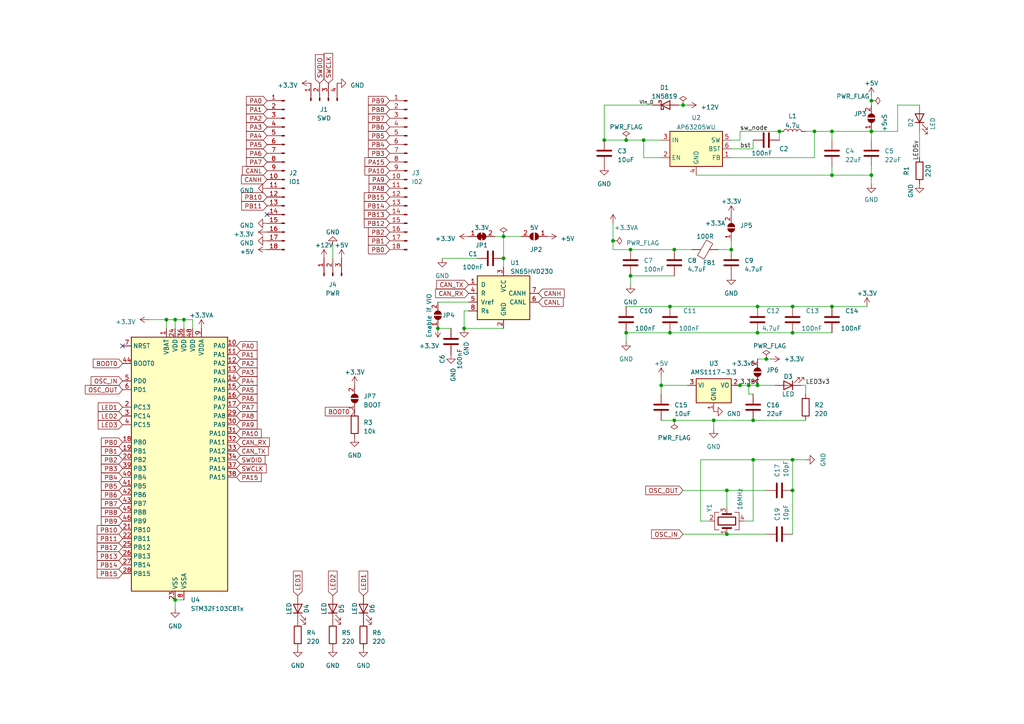
<source format=kicad_sch>
(kicad_sch (version 20230121) (generator eeschema)
  (paper "A4")
  (lib_symbols
    (symbol "Connector:Conn_01x03_Pin" (pin_names (offset 1.016) hide)
      (property "Reference" "J" (at 0 5.08 0))
      (property "Value" "Conn_01x03_Pin" (at 0 -5.08 0))
      (symbol "Conn_01x03_Pin_1_1"
        (pin passive line (at 5.08 2.54 180) (length 3.81) (name "Pin_1") (number "1"))
        (pin passive line (at 5.08 0 180) (length 3.81) (name "Pin_2") (number "2"))
        (pin passive line (at 5.08 -2.54 180) (length 3.81) (name "Pin_3") (number "3"))
      )
    )
    (symbol "Connector:Conn_01x04_Pin" (pin_names (offset 1.016) hide)
      (property "Reference" "J" (at 0 5.08 0))
      (property "Value" "Conn_01x04_Pin" (at 0 -7.62 0))
      (symbol "Conn_01x04_Pin_1_1"
        (pin passive line (at 5.08 2.54 180) (length 3.81) (name "Pin_1") (number "1"))
        (pin passive line (at 5.08 0 180) (length 3.81) (name "Pin_2") (number "2"))
        (pin passive line (at 5.08 -2.54 180) (length 3.81) (name "Pin_3") (number "3"))
        (pin passive line (at 5.08 -5.08 180) (length 3.81) (name "Pin_4") (number "4"))
      )
    )
    (symbol "Connector:Conn_01x18_Pin" (pin_names (offset 1.016) hide)
      (property "Reference" "J" (at 0 22.86 0))
      (property "Value" "Conn_01x18_Pin" (at 0 -25.4 0))
      (symbol "Conn_01x18_Pin_1_1"
        (pin passive line (at 5.08 20.32 180) (length 3.81) (name "Pin_1") (number "1"))
        (pin passive line (at 5.08 -2.54 180) (length 3.81) (name "Pin_10") (number "10"))
        (pin passive line (at 5.08 -5.08 180) (length 3.81) (name "Pin_11") (number "11"))
        (pin passive line (at 5.08 -7.62 180) (length 3.81) (name "Pin_12") (number "12"))
        (pin passive line (at 5.08 -10.16 180) (length 3.81) (name "Pin_13") (number "13"))
        (pin passive line (at 5.08 -12.7 180) (length 3.81) (name "Pin_14") (number "14"))
        (pin passive line (at 5.08 -15.24 180) (length 3.81) (name "Pin_15") (number "15"))
        (pin passive line (at 5.08 -17.78 180) (length 3.81) (name "Pin_16") (number "16"))
        (pin passive line (at 5.08 -20.32 180) (length 3.81) (name "Pin_17") (number "17"))
        (pin passive line (at 5.08 -22.86 180) (length 3.81) (name "Pin_18") (number "18"))
        (pin passive line (at 5.08 17.78 180) (length 3.81) (name "Pin_2") (number "2"))
        (pin passive line (at 5.08 15.24 180) (length 3.81) (name "Pin_3") (number "3"))
        (pin passive line (at 5.08 12.7 180) (length 3.81) (name "Pin_4") (number "4"))
        (pin passive line (at 5.08 10.16 180) (length 3.81) (name "Pin_5") (number "5"))
        (pin passive line (at 5.08 7.62 180) (length 3.81) (name "Pin_6") (number "6"))
        (pin passive line (at 5.08 5.08 180) (length 3.81) (name "Pin_7") (number "7"))
        (pin passive line (at 5.08 2.54 180) (length 3.81) (name "Pin_8") (number "8"))
        (pin passive line (at 5.08 0 180) (length 3.81) (name "Pin_9") (number "9"))
      )
    )
    (symbol "Device:C" (pin_numbers hide) (pin_names (offset 0.254))
      (property "Reference" "C" (at 0.635 2.54 0))
      (property "Value" "C" (at 0.635 -2.54 0))
      (symbol "C_1_1"
        (pin passive line (at 0 3.81 270) (length 2.794) (name "~") (number "1"))
        (pin passive line (at 0 -3.81 90) (length 2.794) (name "~") (number "2"))
      )
    )
    (symbol "Device:Crystal_GND24" (pin_names (offset 1.016) hide)
      (property "Reference" "Y" (at 3.175 5.08 0))
      (property "Value" "Crystal_GND24" (at 3.175 3.175 0))
      (symbol "Crystal_GND24_1_1"
        (pin passive line (at -3.81 0 0) (length 1.27) (name "1") (number "1"))
        (pin passive line (at 0 5.08 270) (length 1.27) (name "2") (number "2"))
        (pin passive line (at 3.81 0 180) (length 1.27) (name "3") (number "3"))
        (pin passive line (at 0 -5.08 90) (length 1.27) (name "4") (number "4"))
      )
    )
    (symbol "Device:D_Schottky" (pin_numbers hide) (pin_names (offset 1.016) hide)
      (property "Reference" "D" (at 0 2.54 0))
      (property "Value" "D_Schottky" (at 0 -2.54 0))
      (symbol "D_Schottky_1_1"
        (pin passive line (at -3.81 0 0) (length 2.54) (name "K") (number "1"))
        (pin passive line (at 3.81 0 180) (length 2.54) (name "A") (number "2"))
      )
    )
    (symbol "Device:FerriteBead" (pin_numbers hide) (pin_names (offset 0))
      (property "Reference" "FB" (at -3.81 0.635 90))
      (property "Value" "FerriteBead" (at 3.81 0 90))
      (symbol "FerriteBead_1_1"
        (pin passive line (at 0 3.81 270) (length 2.54) (name "~") (number "1"))
        (pin passive line (at 0 -3.81 90) (length 2.54) (name "~") (number "2"))
      )
    )
    (symbol "Device:L" (pin_numbers hide) (pin_names (offset 1.016) hide)
      (property "Reference" "L" (at -1.27 0 90))
      (property "Value" "L" (at 1.905 0 90))
      (symbol "L_1_1"
        (pin passive line (at 0 3.81 270) (length 1.27) (name "1") (number "1"))
        (pin passive line (at 0 -3.81 90) (length 1.27) (name "2") (number "2"))
      )
    )
    (symbol "Device:LED" (pin_numbers hide) (pin_names (offset 1.016) hide)
      (property "Reference" "D" (at 0 2.54 0))
      (property "Value" "LED" (at 0 -2.54 0))
      (symbol "LED_1_1"
        (pin passive line (at -3.81 0 0) (length 2.54) (name "K") (number "1"))
        (pin passive line (at 3.81 0 180) (length 2.54) (name "A") (number "2"))
      )
    )
    (symbol "Device:R" (pin_numbers hide) (pin_names (offset 0))
      (property "Reference" "R" (at 2.032 0 90))
      (property "Value" "R" (at 0 0 90))
      (symbol "R_1_1"
        (pin passive line (at 0 3.81 270) (length 1.27) (name "~") (number "1"))
        (pin passive line (at 0 -3.81 90) (length 1.27) (name "~") (number "2"))
      )
    )
    (symbol "Interface_CAN_LIN:SN65HVD230" (pin_names (offset 1.016))
      (property "Reference" "U" (at -2.54 10.16 0))
      (property "Value" "SN65HVD230" (at -2.54 7.62 0))
      (symbol "SN65HVD230_1_1"
        (pin input line (at -10.16 2.54 0) (length 2.54) (name "D") (number "1"))
        (pin power_in line (at 0 -10.16 90) (length 2.54) (name "GND") (number "2"))
        (pin power_in line (at 0 7.62 270) (length 2.54) (name "VCC") (number "3"))
        (pin output line (at -10.16 0 0) (length 2.54) (name "R") (number "4"))
        (pin output line (at -10.16 -2.54 0) (length 2.54) (name "Vref") (number "5"))
        (pin bidirectional line (at 10.16 -2.54 180) (length 2.54) (name "CANL") (number "6"))
        (pin bidirectional line (at 10.16 0 180) (length 2.54) (name "CANH") (number "7"))
        (pin input line (at -10.16 -5.08 0) (length 2.54) (name "Rs") (number "8"))
      )
    )
    (symbol "Jumper:SolderJumper_2_Bridged" (pin_names (offset 0) hide)
      (property "Reference" "JP" (at 0 2.032 0))
      (property "Value" "SolderJumper_2_Bridged" (at 0 -2.54 0))
      (symbol "SolderJumper_2_Bridged_1_1"
        (pin passive line (at -3.81 0 0) (length 2.54) (name "A") (number "1"))
        (pin passive line (at 3.81 0 180) (length 2.54) (name "B") (number "2"))
      )
    )
    (symbol "Jumper:SolderJumper_2_Open" (pin_names (offset 0) hide)
      (property "Reference" "JP" (at 0 2.032 0))
      (property "Value" "SolderJumper_2_Open" (at 0 -2.54 0))
      (symbol "SolderJumper_2_Open_1_1"
        (pin passive line (at -3.81 0 0) (length 2.54) (name "A") (number "1"))
        (pin passive line (at 3.81 0 180) (length 2.54) (name "B") (number "2"))
      )
    )
    (symbol "MCU_ST_STM32F1:STM32F103C8Tx"
      (property "Reference" "U" (at -12.7 39.37 0))
      (property "Value" "STM32F103C8Tx" (at 10.16 39.37 0))
      (symbol "STM32F103C8Tx_1_1"
        (pin power_in line (at -2.54 40.64 270) (length 2.54) (name "VBAT") (number "1"))
        (pin bidirectional line (at 17.78 35.56 180) (length 2.54) (name "PA0") (number "10"))
        (pin bidirectional line (at 17.78 33.02 180) (length 2.54) (name "PA1") (number "11"))
        (pin bidirectional line (at 17.78 30.48 180) (length 2.54) (name "PA2") (number "12"))
        (pin bidirectional line (at 17.78 27.94 180) (length 2.54) (name "PA3") (number "13"))
        (pin bidirectional line (at 17.78 25.4 180) (length 2.54) (name "PA4") (number "14"))
        (pin bidirectional line (at 17.78 22.86 180) (length 2.54) (name "PA5") (number "15"))
        (pin bidirectional line (at 17.78 20.32 180) (length 2.54) (name "PA6") (number "16"))
        (pin bidirectional line (at 17.78 17.78 180) (length 2.54) (name "PA7") (number "17"))
        (pin bidirectional line (at -15.24 7.62 0) (length 2.54) (name "PB0") (number "18"))
        (pin bidirectional line (at -15.24 5.08 0) (length 2.54) (name "PB1") (number "19"))
        (pin bidirectional line (at -15.24 17.78 0) (length 2.54) (name "PC13") (number "2"))
        (pin bidirectional line (at -15.24 2.54 0) (length 2.54) (name "PB2") (number "20"))
        (pin bidirectional line (at -15.24 -17.78 0) (length 2.54) (name "PB10") (number "21"))
        (pin bidirectional line (at -15.24 -20.32 0) (length 2.54) (name "PB11") (number "22"))
        (pin power_in line (at 0 -38.1 90) (length 2.54) (name "VSS") (number "23"))
        (pin power_in line (at 0 40.64 270) (length 2.54) (name "VDD") (number "24"))
        (pin bidirectional line (at -15.24 -22.86 0) (length 2.54) (name "PB12") (number "25"))
        (pin bidirectional line (at -15.24 -25.4 0) (length 2.54) (name "PB13") (number "26"))
        (pin bidirectional line (at -15.24 -27.94 0) (length 2.54) (name "PB14") (number "27"))
        (pin bidirectional line (at -15.24 -30.48 0) (length 2.54) (name "PB15") (number "28"))
        (pin bidirectional line (at 17.78 15.24 180) (length 2.54) (name "PA8") (number "29"))
        (pin bidirectional line (at -15.24 15.24 0) (length 2.54) (name "PC14") (number "3"))
        (pin bidirectional line (at 17.78 12.7 180) (length 2.54) (name "PA9") (number "30"))
        (pin bidirectional line (at 17.78 10.16 180) (length 2.54) (name "PA10") (number "31"))
        (pin bidirectional line (at 17.78 7.62 180) (length 2.54) (name "PA11") (number "32"))
        (pin bidirectional line (at 17.78 5.08 180) (length 2.54) (name "PA12") (number "33"))
        (pin bidirectional line (at 17.78 2.54 180) (length 2.54) (name "PA13") (number "34"))
        (pin passive line (at 0 -38.1 90) (length 2.54) hide (name "VSS") (number "35"))
        (pin power_in line (at 2.54 40.64 270) (length 2.54) (name "VDD") (number "36"))
        (pin bidirectional line (at 17.78 0 180) (length 2.54) (name "PA14") (number "37"))
        (pin bidirectional line (at 17.78 -2.54 180) (length 2.54) (name "PA15") (number "38"))
        (pin bidirectional line (at -15.24 0 0) (length 2.54) (name "PB3") (number "39"))
        (pin bidirectional line (at -15.24 12.7 0) (length 2.54) (name "PC15") (number "4"))
        (pin bidirectional line (at -15.24 -2.54 0) (length 2.54) (name "PB4") (number "40"))
        (pin bidirectional line (at -15.24 -5.08 0) (length 2.54) (name "PB5") (number "41"))
        (pin bidirectional line (at -15.24 -7.62 0) (length 2.54) (name "PB6") (number "42"))
        (pin bidirectional line (at -15.24 -10.16 0) (length 2.54) (name "PB7") (number "43"))
        (pin input line (at -15.24 30.48 0) (length 2.54) (name "BOOT0") (number "44"))
        (pin bidirectional line (at -15.24 -12.7 0) (length 2.54) (name "PB8") (number "45"))
        (pin bidirectional line (at -15.24 -15.24 0) (length 2.54) (name "PB9") (number "46"))
        (pin passive line (at 0 -38.1 90) (length 2.54) hide (name "VSS") (number "47"))
        (pin power_in line (at 5.08 40.64 270) (length 2.54) (name "VDD") (number "48"))
        (pin bidirectional line (at -15.24 25.4 0) (length 2.54) (name "PD0") (number "5"))
        (pin bidirectional line (at -15.24 22.86 0) (length 2.54) (name "PD1") (number "6"))
        (pin input line (at -15.24 35.56 0) (length 2.54) (name "NRST") (number "7"))
        (pin power_in line (at 2.54 -38.1 90) (length 2.54) (name "VSSA") (number "8"))
        (pin power_in line (at 7.62 40.64 270) (length 2.54) (name "VDDA") (number "9"))
      )
    )
    (symbol "Regulator_Linear:AMS1117-3.3"
      (property "Reference" "U" (at -3.81 3.175 0))
      (property "Value" "AMS1117-3.3" (at 0 3.175 0))
      (symbol "AMS1117-3.3_1_1"
        (pin power_in line (at 0 -7.62 90) (length 2.54) (name "GND") (number "1"))
        (pin power_out line (at 7.62 0 180) (length 2.54) (name "VO") (number "2"))
        (pin power_in line (at -7.62 0 0) (length 2.54) (name "VI") (number "3"))
      )
    )
    (symbol "Regulator_Switching:AP63205WU"
      (property "Reference" "U" (at -7.62 6.35 0))
      (property "Value" "AP63205WU" (at 2.54 6.35 0))
      (symbol "AP63205WU_1_1"
        (pin input line (at 10.16 -2.54 180) (length 2.54) (name "FB") (number "1"))
        (pin input line (at -10.16 -2.54 0) (length 2.54) (name "EN") (number "2"))
        (pin power_in line (at -10.16 2.54 0) (length 2.54) (name "IN") (number "3"))
        (pin power_in line (at 0 -7.62 90) (length 2.54) (name "GND") (number "4"))
        (pin output line (at 10.16 2.54 180) (length 2.54) (name "SW") (number "5"))
        (pin passive line (at 10.16 0 180) (length 2.54) (name "BST") (number "6"))
      )
    )
    (symbol "power:+12V" (power) (pin_names (offset 0))
      (property "Value" "+12V" (at 0 3.556 0))
      (symbol "+12V_1_1"
        (pin power_in line (at 0 0 90) (length 0) hide (name "+12V") (number "1"))
      )
    )
    (symbol "power:+3.3V" (power) (pin_names (offset 0))
      (property "Value" "+3.3V" (at 0 3.556 0))
      (symbol "+3.3V_1_1"
        (pin power_in line (at 0 0 90) (length 0) hide (name "+3.3V") (number "1"))
      )
    )
    (symbol "power:+3.3VA" (power) (pin_names (offset 0))
      (property "Value" "+3.3VA" (at 0 3.556 0))
      (symbol "+3.3VA_1_1"
        (pin power_in line (at 0 0 90) (length 0) hide (name "+3.3VA") (number "1"))
      )
    )
    (symbol "power:+5V" (power) (pin_names (offset 0))
      (property "Value" "+5V" (at 0 3.556 0))
      (symbol "+5V_1_1"
        (pin power_in line (at 0 0 90) (length 0) hide (name "+5V") (number "1"))
      )
    )
    (symbol "power:GND" (power) (pin_names (offset 0))
      (property "Value" "GND" (at 0 -3.81 0))
      (symbol "GND_1_1"
        (pin power_in line (at 0 0 270) (length 0) hide (name "GND") (number "1"))
      )
    )
    (symbol "power:PWR_FLAG" (power) (pin_numbers hide) (pin_names (offset 0) hide)
      (property "Value" "PWR_FLAG" (at 0 3.81 0))
      (symbol "PWR_FLAG_0_0"
        (pin power_out line (at 0 0 90) (length 0) (name "pwr") (number "1"))
      )
    )
  )
  (junction (at 146.05 68.58))
  (junction (at 210.82 142.24))
  (junction (at 53.34 92.71))
  (junction (at 229.87 88.9))
  (junction (at 207.01 121.92))
  (junction (at 212.09 72.39))
  (junction (at 229.87 142.24))
  (junction (at 219.71 96.52))
  (junction (at 252.73 29.21))
  (junction (at 214.63 111.76))
  (junction (at 48.26 92.71))
  (junction (at 219.71 88.9))
  (junction (at 194.31 96.52))
  (junction (at 218.44 121.92))
  (junction (at 181.61 40.64))
  (junction (at 182.88 80.01))
  (junction (at 191.77 111.76))
  (junction (at 195.58 72.39))
  (junction (at 175.26 40.64))
  (junction (at 195.58 121.92))
  (junction (at 177.8 69.85))
  (junction (at 217.17 111.76))
  (junction (at 134.62 95.25))
  (junction (at 229.87 96.52))
  (junction (at 252.73 38.1))
  (junction (at 181.61 96.52))
  (junction (at 194.31 88.9))
  (junction (at 210.82 154.94))
  (junction (at 241.3 88.9))
  (junction (at 226.06 38.1))
  (junction (at 241.3 38.1))
  (junction (at 222.25 104.14))
  (junction (at 127 95.25))
  (junction (at 218.44 133.35))
  (junction (at 229.87 133.35))
  (junction (at 146.05 74.93))
  (junction (at 252.73 50.8))
  (junction (at 186.69 40.64))
  (junction (at 50.8 173.99))
  (junction (at 182.88 72.39))
  (junction (at 50.8 92.71))
  (junction (at 198.12 30.48))
  (junction (at 236.22 38.1))
  (junction (at 241.3 50.8))
  (junction (at 219.71 111.76))
  (no_connect (at 35.56 100.33))
  (no_connect (at 77.47 62.23))
  (wire (pts (xy 218.44 40.64) (xy 218.44 43.18)))
  (wire (pts (xy 201.93 50.8) (xy 241.3 50.8)))
  (wire (pts (xy 229.87 142.24) (xy 229.87 133.35)))
  (wire (pts (xy 266.7 30.48) (xy 260.35 30.48)))
  (wire (pts (xy 219.71 96.52) (xy 229.87 96.52)))
  (wire (pts (xy 50.8 173.99) (xy 53.34 173.99)))
  (wire (pts (xy 207.01 121.92) (xy 218.44 121.92)))
  (wire (pts (xy 191.77 121.92) (xy 195.58 121.92)))
  (wire (pts (xy 210.82 154.94) (xy 222.25 154.94)))
  (wire (pts (xy 236.22 45.72) (xy 236.22 38.1)))
  (wire (pts (xy 55.88 92.71) (xy 55.88 95.25)))
  (wire (pts (xy 181.61 40.64) (xy 186.69 40.64)))
  (wire (pts (xy 210.82 142.24) (xy 210.82 147.32)))
  (wire (pts (xy 214.63 40.64) (xy 214.63 38.1)))
  (wire (pts (xy 50.8 92.71) (xy 53.34 92.71)))
  (wire (pts (xy 218.44 151.13) (xy 215.9 151.13)))
  (wire (pts (xy 191.77 111.76) (xy 191.77 109.22)))
  (wire (pts (xy 182.88 80.01) (xy 195.58 80.01)))
  (wire (pts (xy 146.05 74.93) (xy 146.05 77.47)))
  (wire (pts (xy 219.71 111.76) (xy 224.79 111.76)))
  (wire (pts (xy 241.3 48.26) (xy 241.3 50.8)))
  (wire (pts (xy 210.82 142.24) (xy 222.25 142.24)))
  (wire (pts (xy 194.31 88.9) (xy 219.71 88.9)))
  (wire (pts (xy 146.05 68.58) (xy 151.13 68.58)))
  (wire (pts (xy 199.39 111.76) (xy 191.77 111.76)))
  (wire (pts (xy 252.73 29.21) (xy 252.73 30.48)))
  (wire (pts (xy 191.77 111.76) (xy 191.77 114.3)))
  (wire (pts (xy 226.06 38.1) (xy 226.06 40.64)))
  (wire (pts (xy 199.39 30.48) (xy 198.12 30.48)))
  (wire (pts (xy 175.26 30.48) (xy 175.26 40.64)))
  (wire (pts (xy 241.3 88.9) (xy 251.46 88.9)))
  (wire (pts (xy 260.35 38.1) (xy 252.73 38.1)))
  (wire (pts (xy 203.2 151.13) (xy 203.2 133.35)))
  (wire (pts (xy 219.71 104.14) (xy 222.25 104.14)))
  (wire (pts (xy 213.36 111.76) (xy 214.63 111.76)))
  (wire (pts (xy 195.58 121.92) (xy 207.01 121.92)))
  (wire (pts (xy 212.09 69.85) (xy 212.09 72.39)))
  (wire (pts (xy 252.73 48.26) (xy 252.73 50.8)))
  (wire (pts (xy 208.28 72.39) (xy 212.09 72.39)))
  (wire (pts (xy 53.34 92.71) (xy 53.34 95.25)))
  (wire (pts (xy 252.73 38.1) (xy 252.73 40.64)))
  (wire (pts (xy 241.3 50.8) (xy 252.73 50.8)))
  (wire (pts (xy 96.52 71.12) (xy 96.52 74.93)))
  (wire (pts (xy 134.62 95.25) (xy 134.62 90.17)))
  (wire (pts (xy 146.05 95.25) (xy 134.62 95.25)))
  (wire (pts (xy 233.68 133.35) (xy 229.87 133.35)))
  (wire (pts (xy 229.87 88.9) (xy 241.3 88.9)))
  (wire (pts (xy 198.12 30.48) (xy 196.85 30.48)))
  (wire (pts (xy 252.73 27.94) (xy 252.73 29.21)))
  (wire (pts (xy 43.18 92.71) (xy 48.26 92.71)))
  (wire (pts (xy 50.8 92.71) (xy 50.8 95.25)))
  (wire (pts (xy 212.09 45.72) (xy 236.22 45.72)))
  (wire (pts (xy 134.62 90.17) (xy 135.89 90.17)))
  (wire (pts (xy 194.31 96.52) (xy 219.71 96.52)))
  (wire (pts (xy 48.26 92.71) (xy 48.26 95.25)))
  (wire (pts (xy 182.88 72.39) (xy 195.58 72.39)))
  (wire (pts (xy 212.09 40.64) (xy 214.63 40.64)))
  (wire (pts (xy 217.17 111.76) (xy 219.71 111.76)))
  (wire (pts (xy 241.3 38.1) (xy 241.3 40.64)))
  (wire (pts (xy 218.44 133.35) (xy 229.87 133.35)))
  (wire (pts (xy 177.8 69.85) (xy 177.8 72.39)))
  (wire (pts (xy 143.51 68.58) (xy 146.05 68.58)))
  (wire (pts (xy 181.61 96.52) (xy 194.31 96.52)))
  (wire (pts (xy 181.61 96.52) (xy 181.61 99.06)))
  (wire (pts (xy 260.35 30.48) (xy 260.35 38.1)))
  (wire (pts (xy 219.71 88.9) (xy 229.87 88.9)))
  (wire (pts (xy 177.8 64.77) (xy 177.8 69.85)))
  (wire (pts (xy 48.26 92.71) (xy 50.8 92.71)))
  (wire (pts (xy 175.26 30.48) (xy 189.23 30.48)))
  (wire (pts (xy 191.77 45.72) (xy 186.69 45.72)))
  (wire (pts (xy 218.44 121.92) (xy 233.68 121.92)))
  (wire (pts (xy 53.34 92.71) (xy 55.88 92.71)))
  (wire (pts (xy 252.73 50.8) (xy 252.73 53.34)))
  (wire (pts (xy 181.61 88.9) (xy 194.31 88.9)))
  (wire (pts (xy 127 95.25) (xy 130.81 95.25)))
  (wire (pts (xy 146.05 68.58) (xy 146.05 74.93)))
  (wire (pts (xy 236.22 38.1) (xy 241.3 38.1)))
  (wire (pts (xy 233.68 114.3) (xy 233.68 111.76)))
  (wire (pts (xy 175.26 40.64) (xy 181.61 40.64)))
  (wire (pts (xy 214.63 38.1) (xy 226.06 38.1)))
  (wire (pts (xy 182.88 80.01) (xy 182.88 82.55)))
  (wire (pts (xy 232.41 111.76) (xy 233.68 111.76)))
  (wire (pts (xy 195.58 72.39) (xy 200.66 72.39)))
  (wire (pts (xy 203.2 133.35) (xy 218.44 133.35)))
  (wire (pts (xy 210.82 154.94) (xy 198.12 154.94)))
  (wire (pts (xy 218.44 151.13) (xy 218.44 133.35)))
  (wire (pts (xy 186.69 40.64) (xy 191.77 40.64)))
  (wire (pts (xy 222.25 104.14) (xy 223.52 104.14)))
  (wire (pts (xy 50.8 173.99) (xy 50.8 176.53)))
  (wire (pts (xy 217.17 111.76) (xy 217.17 114.3)))
  (wire (pts (xy 207.01 121.92) (xy 207.01 124.46)))
  (wire (pts (xy 229.87 154.94) (xy 229.87 142.24)))
  (wire (pts (xy 198.12 142.24) (xy 210.82 142.24)))
  (wire (pts (xy 266.7 38.1) (xy 266.7 45.72)))
  (wire (pts (xy 214.63 111.76) (xy 217.17 111.76)))
  (wire (pts (xy 241.3 38.1) (xy 252.73 38.1)))
  (wire (pts (xy 128.27 74.93) (xy 138.43 74.93)))
  (wire (pts (xy 177.8 72.39) (xy 182.88 72.39)))
  (wire (pts (xy 212.09 43.18) (xy 218.44 43.18)))
  (wire (pts (xy 127 87.63) (xy 135.89 87.63)))
  (wire (pts (xy 229.87 96.52) (xy 241.3 96.52)))
  (wire (pts (xy 217.17 114.3) (xy 218.44 114.3)))
  (wire (pts (xy 203.2 151.13) (xy 205.74 151.13)))
  (wire (pts (xy 186.69 45.72) (xy 186.69 40.64)))
  (wire (pts (xy 233.68 38.1) (xy 236.22 38.1)))
  (label "Vin_D" (at 185.42 30.48 0) (effects (font (size 1 1))))
  (label "LED5v" (at 266.7 40.64 270))
  (label "sw_node" (at 214.63 38.1 0))
  (label "3.3BC" (at 214.63 111.76 0))
  (label "bst" (at 214.63 43.18 0))
  (label "LED3v3" (at 233.68 111.76 0))
  (global_label "PB10" (shape input) (at 77.47 57.15 180) (property "Intersheetrefs" "${INTERSHEET_REFS}" (effects hide)))
  (global_label "PA1" (shape input) (at 77.47 31.75 180) (property "Intersheetrefs" "${INTERSHEET_REFS}" (effects hide)))
  (global_label "PA4" (shape input) (at 68.58 110.49 0) (property "Intersheetrefs" "${INTERSHEET_REFS}" (effects hide)))
  (global_label "LED3" (shape input) (at 35.56 123.19 180) (property "Intersheetrefs" "${INTERSHEET_REFS}" (effects hide)))
  (global_label "PA0" (shape input) (at 77.47 29.21 180) (property "Intersheetrefs" "${INTERSHEET_REFS}" (effects hide)))
  (global_label "PB8" (shape input) (at 35.56 148.59 180) (property "Intersheetrefs" "${INTERSHEET_REFS}" (effects hide)))
  (global_label "PA9" (shape input) (at 68.58 123.19 0) (property "Intersheetrefs" "${INTERSHEET_REFS}" (effects hide)))
  (global_label "PA7" (shape input) (at 68.58 118.11 0) (property "Intersheetrefs" "${INTERSHEET_REFS}" (effects hide)))
  (global_label "PB15" (shape input) (at 35.56 166.37 180) (property "Intersheetrefs" "${INTERSHEET_REFS}" (effects hide)))
  (global_label "PA3" (shape input) (at 77.47 36.83 180) (property "Intersheetrefs" "${INTERSHEET_REFS}" (effects hide)))
  (global_label "PA8" (shape input) (at 113.03 54.61 180) (property "Intersheetrefs" "${INTERSHEET_REFS}" (effects hide)))
  (global_label "PA10" (shape input) (at 68.58 125.73 0) (property "Intersheetrefs" "${INTERSHEET_REFS}" (effects hide)))
  (global_label "PB4" (shape input) (at 35.56 138.43 180) (property "Intersheetrefs" "${INTERSHEET_REFS}" (effects hide)))
  (global_label "PA9" (shape input) (at 113.03 52.07 180) (property "Intersheetrefs" "${INTERSHEET_REFS}" (effects hide)))
  (global_label "CANL" (shape input) (at 156.21 87.63 0) (property "Intersheetrefs" "${INTERSHEET_REFS}" (effects hide)))
  (global_label "LED3" (shape input) (at 86.36 172.72 90) (property "Intersheetrefs" "${INTERSHEET_REFS}" (effects hide)))
  (global_label "PB4" (shape input) (at 113.03 41.91 180) (property "Intersheetrefs" "${INTERSHEET_REFS}" (effects hide)))
  (global_label "CAN_RX" (shape input) (at 68.58 128.27 0) (property "Intersheetrefs" "${INTERSHEET_REFS}" (effects hide)))
  (global_label "BOOT0" (shape input) (at 102.87 119.38 180) (property "Intersheetrefs" "${INTERSHEET_REFS}" (effects hide)))
  (global_label "PA0" (shape input) (at 68.58 100.33 0) (property "Intersheetrefs" "${INTERSHEET_REFS}" (effects hide)))
  (global_label "CAN_RX" (shape input) (at 135.89 85.09 180) (property "Intersheetrefs" "${INTERSHEET_REFS}" (effects hide)))
  (global_label "PB2" (shape input) (at 113.03 67.31 180) (property "Intersheetrefs" "${INTERSHEET_REFS}" (effects hide)))
  (global_label "PB11" (shape input) (at 35.56 156.21 180) (property "Intersheetrefs" "${INTERSHEET_REFS}" (effects hide)))
  (global_label "PB7" (shape input) (at 35.56 146.05 180) (property "Intersheetrefs" "${INTERSHEET_REFS}" (effects hide)))
  (global_label "PA6" (shape input) (at 68.58 115.57 0) (property "Intersheetrefs" "${INTERSHEET_REFS}" (effects hide)))
  (global_label "SWDIO" (shape input) (at 92.71 24.13 90) (property "Intersheetrefs" "${INTERSHEET_REFS}" (effects hide)))
  (global_label "PA15" (shape input) (at 68.58 138.43 0) (property "Intersheetrefs" "${INTERSHEET_REFS}" (effects hide)))
  (global_label "PB0" (shape input) (at 35.56 128.27 180) (property "Intersheetrefs" "${INTERSHEET_REFS}" (effects hide)))
  (global_label "SWCLK" (shape input) (at 95.25 24.13 90) (property "Intersheetrefs" "${INTERSHEET_REFS}" (effects hide)))
  (global_label "PB6" (shape input) (at 35.56 143.51 180) (property "Intersheetrefs" "${INTERSHEET_REFS}" (effects hide)))
  (global_label "PB13" (shape input) (at 35.56 161.29 180) (property "Intersheetrefs" "${INTERSHEET_REFS}" (effects hide)))
  (global_label "PB14" (shape input) (at 113.03 59.69 180) (property "Intersheetrefs" "${INTERSHEET_REFS}" (effects hide)))
  (global_label "PB14" (shape input) (at 35.56 163.83 180) (property "Intersheetrefs" "${INTERSHEET_REFS}" (effects hide)))
  (global_label "PA7" (shape input) (at 77.47 46.99 180) (property "Intersheetrefs" "${INTERSHEET_REFS}" (effects hide)))
  (global_label "PB12" (shape input) (at 35.56 158.75 180) (property "Intersheetrefs" "${INTERSHEET_REFS}" (effects hide)))
  (global_label "CANH" (shape input) (at 156.21 85.09 0) (property "Intersheetrefs" "${INTERSHEET_REFS}" (effects hide)))
  (global_label "PA4" (shape input) (at 77.47 39.37 180) (property "Intersheetrefs" "${INTERSHEET_REFS}" (effects hide)))
  (global_label "PA5" (shape input) (at 77.47 41.91 180) (property "Intersheetrefs" "${INTERSHEET_REFS}" (effects hide)))
  (global_label "PA8" (shape input) (at 68.58 120.65 0) (property "Intersheetrefs" "${INTERSHEET_REFS}" (effects hide)))
  (global_label "PB0" (shape input) (at 113.03 72.39 180) (property "Intersheetrefs" "${INTERSHEET_REFS}" (effects hide)))
  (global_label "OSC_OUT" (shape input) (at 198.12 142.24 180) (property "Intersheetrefs" "${INTERSHEET_REFS}" (effects hide)))
  (global_label "OSC_IN" (shape input) (at 35.56 110.49 180) (property "Intersheetrefs" "${INTERSHEET_REFS}" (effects hide)))
  (global_label "SWDIO" (shape input) (at 68.58 133.35 0) (property "Intersheetrefs" "${INTERSHEET_REFS}" (effects hide)))
  (global_label "BOOT0" (shape input) (at 35.56 105.41 180) (property "Intersheetrefs" "${INTERSHEET_REFS}" (effects hide)))
  (global_label "CAN_TX" (shape input) (at 135.89 82.55 180) (property "Intersheetrefs" "${INTERSHEET_REFS}" (effects hide)))
  (global_label "PB1" (shape input) (at 113.03 69.85 180) (property "Intersheetrefs" "${INTERSHEET_REFS}" (effects hide)))
  (global_label "CANL" (shape input) (at 77.47 49.53 180) (property "Intersheetrefs" "${INTERSHEET_REFS}" (effects hide)))
  (global_label "LED2" (shape input) (at 35.56 120.65 180) (property "Intersheetrefs" "${INTERSHEET_REFS}" (effects hide)))
  (global_label "PA2" (shape input) (at 68.58 105.41 0) (property "Intersheetrefs" "${INTERSHEET_REFS}" (effects hide)))
  (global_label "PA2" (shape input) (at 77.47 34.29 180) (property "Intersheetrefs" "${INTERSHEET_REFS}" (effects hide)))
  (global_label "PB3" (shape input) (at 113.03 44.45 180) (property "Intersheetrefs" "${INTERSHEET_REFS}" (effects hide)))
  (global_label "PB9" (shape input) (at 113.03 29.21 180) (property "Intersheetrefs" "${INTERSHEET_REFS}" (effects hide)))
  (global_label "PB15" (shape input) (at 113.03 57.15 180) (property "Intersheetrefs" "${INTERSHEET_REFS}" (effects hide)))
  (global_label "PA6" (shape input) (at 77.47 44.45 180) (property "Intersheetrefs" "${INTERSHEET_REFS}" (effects hide)))
  (global_label "PB9" (shape input) (at 35.56 151.13 180) (property "Intersheetrefs" "${INTERSHEET_REFS}" (effects hide)))
  (global_label "PB8" (shape input) (at 113.03 31.75 180) (property "Intersheetrefs" "${INTERSHEET_REFS}" (effects hide)))
  (global_label "LED2" (shape input) (at 96.52 172.72 90) (property "Intersheetrefs" "${INTERSHEET_REFS}" (effects hide)))
  (global_label "PB2" (shape input) (at 35.56 133.35 180) (property "Intersheetrefs" "${INTERSHEET_REFS}" (effects hide)))
  (global_label "LED1" (shape input) (at 35.56 118.11 180) (property "Intersheetrefs" "${INTERSHEET_REFS}" (effects hide)))
  (global_label "CAN_TX" (shape input) (at 68.58 130.81 0) (property "Intersheetrefs" "${INTERSHEET_REFS}" (effects hide)))
  (global_label "PA3" (shape input) (at 68.58 107.95 0) (property "Intersheetrefs" "${INTERSHEET_REFS}" (effects hide)))
  (global_label "LED1" (shape input) (at 105.41 172.72 90) (property "Intersheetrefs" "${INTERSHEET_REFS}" (effects hide)))
  (global_label "OSC_OUT" (shape input) (at 35.56 113.03 180) (property "Intersheetrefs" "${INTERSHEET_REFS}" (effects hide)))
  (global_label "OSC_IN" (shape input) (at 198.12 154.94 180) (property "Intersheetrefs" "${INTERSHEET_REFS}" (effects hide)))
  (global_label "PB6" (shape input) (at 113.03 36.83 180) (property "Intersheetrefs" "${INTERSHEET_REFS}" (effects hide)))
  (global_label "PB3" (shape input) (at 35.56 135.89 180) (property "Intersheetrefs" "${INTERSHEET_REFS}" (effects hide)))
  (global_label "PB11" (shape input) (at 77.47 59.69 180) (property "Intersheetrefs" "${INTERSHEET_REFS}" (effects hide)))
  (global_label "PA5" (shape input) (at 68.58 113.03 0) (property "Intersheetrefs" "${INTERSHEET_REFS}" (effects hide)))
  (global_label "PB12" (shape input) (at 113.03 64.77 180) (property "Intersheetrefs" "${INTERSHEET_REFS}" (effects hide)))
  (global_label "CANH" (shape input) (at 77.47 52.07 180) (property "Intersheetrefs" "${INTERSHEET_REFS}" (effects hide)))
  (global_label "PA1" (shape input) (at 68.58 102.87 0) (property "Intersheetrefs" "${INTERSHEET_REFS}" (effects hide)))
  (global_label "PB7" (shape input) (at 113.03 34.29 180) (property "Intersheetrefs" "${INTERSHEET_REFS}" (effects hide)))
  (global_label "PB5" (shape input) (at 35.56 140.97 180) (property "Intersheetrefs" "${INTERSHEET_REFS}" (effects hide)))
  (global_label "PB5" (shape input) (at 113.03 39.37 180) (property "Intersheetrefs" "${INTERSHEET_REFS}" (effects hide)))
  (global_label "PB10" (shape input) (at 35.56 153.67 180) (property "Intersheetrefs" "${INTERSHEET_REFS}" (effects hide)))
  (global_label "PA15" (shape input) (at 113.03 46.99 180) (property "Intersheetrefs" "${INTERSHEET_REFS}" (effects hide)))
  (global_label "SWCLK" (shape input) (at 68.58 135.89 0) (property "Intersheetrefs" "${INTERSHEET_REFS}" (effects hide)))
  (global_label "PA10" (shape input) (at 113.03 49.53 180) (property "Intersheetrefs" "${INTERSHEET_REFS}" (effects hide)))
  (global_label "PB1" (shape input) (at 35.56 130.81 180) (property "Intersheetrefs" "${INTERSHEET_REFS}" (effects hide)))
  (global_label "PB13" (shape input) (at 113.03 62.23 180) (property "Intersheetrefs" "${INTERSHEET_REFS}" (effects hide)))
  (symbol (lib_id "power:GND") (at 266.7 53.34 0) (unit 1)
    (property "Reference" "#PWR013" (effects hide))
    (property "Value" "GND" (at 264.16 53.34 90) (effects (justify right)))
  )
  (symbol (lib_id "Device:Crystal_GND24") (at 210.82 151.13 90) (unit 1)
    (property "Reference" "Y1" (at 205.74 147.32 0))
    (property "Value" "16MHz" (at 214.63 144.78 0))
    (property "Footprint" "Crystal:Crystal_SMD_3225-4Pin_3.2x2.5mm" (effects hide))
    (property "LCSC" "C13738" (effects hide))
  )
  (symbol (lib_id "power:+3.3V") (at 251.46 88.9 0) (unit 1)
    (property "Reference" "#PWR027" (effects hide))
    (property "Value" "+3.3V" (at 251.46 85.09 0))
  )
  (symbol (lib_id "Device:C") (at 175.26 44.45 0) (unit 1)
    (property "Reference" "C3" (at 179.07 43.815 0) (effects (justify left)))
    (property "Value" "10uF" (at 179.07 46.355 0) (effects (justify left)))
    (property "Footprint" "Capacitor_SMD:C_0805_2012Metric" (effects hide))
    (property "LCSC" "C440198" (effects hide))
  )
  (symbol (lib_id "Connector:Conn_01x18_Pin") (at 118.11 49.53 0) (mirror y) (unit 1)
    (property "Reference" "J3" (at 119.38 50.165 0) (effects (justify right)))
    (property "Value" "I02" (at 119.38 52.705 0) (effects (justify right)))
    (property "Footprint" "Connector_PinHeader_2.54mm:PinHeader_1x18_P2.54mm_Vertical" (effects hide))
  )
  (symbol (lib_id "Device:R") (at 233.68 118.11 0) (unit 1)
    (property "Reference" "R2" (at 236.22 117.475 0) (effects (justify left)))
    (property "Value" "220" (at 236.22 120.015 0) (effects (justify left)))
    (property "Footprint" "Resistor_SMD:R_0603_1608Metric" (effects hide))
    (property "LCSC" "C22962" (effects hide))
  )
  (symbol (lib_id "Interface_CAN_LIN:SN65HVD230") (at 146.05 85.09 0) (unit 1)
    (property "Reference" "U1" (at 148.0059 76.2 0) (effects (justify left)))
    (property "Value" "SN65HVD230" (at 148.0059 78.74 0) (effects (justify left)))
    (property "Footprint" "Package_SO:SOIC-8_3.9x4.9mm_P1.27mm" (effects hide))
    (property "Datasheet" "http://www.ti.com/lit/ds/symlink/sn65hvd230.pdf" (effects hide))
    (property "LCSC" "C12084" (effects hide))
  )
  (symbol (lib_id "power:GND") (at 77.47 64.77 270) (unit 1)
    (property "Reference" "#PWR016" (effects hide))
    (property "Value" "GND" (at 73.66 65.405 90) (effects (justify right)))
  )
  (symbol (lib_id "power:PWR_FLAG") (at 198.12 30.48 0) (unit 1)
    (property "Reference" "#FLG03" (effects hide))
    (property "Value" "PWR_FLAG" (effects hide))
  )
  (symbol (lib_id "power:GND") (at 252.73 53.34 0) (unit 1)
    (property "Reference" "#PWR012" (effects hide))
    (property "Value" "GND" (at 252.73 57.9025 0))
  )
  (symbol (lib_id "Jumper:SolderJumper_2_Open") (at 154.94 68.58 180) (unit 1)
    (property "Reference" "JP2" (at 153.67 72.39 0) (effects (justify right)))
    (property "Value" "5V" (at 153.67 66.04 0) (effects (justify right)))
    (property "Footprint" "Jumper:SolderJumper-2_P1.3mm_Open_RoundedPad1.0x1.5mm" (effects hide))
  )
  (symbol (lib_id "Jumper:SolderJumper_2_Open") (at 127 91.44 90) (unit 1)
    (property "Reference" "JP4" (at 128.27 91.44 90) (effects (justify right)))
    (property "Value" "Enable if VIO" (at 124.46 85.09 0) (effects (justify right)))
    (property "Footprint" "Jumper:SolderJumper-2_P1.3mm_Open_RoundedPad1.0x1.5mm" (effects hide))
  )
  (symbol (lib_id "Device:C") (at 229.87 92.71 0) (unit 1)
    (property "Reference" "C13" (at 233.68 90.17 0) (effects (justify left)))
    (property "Value" "100nF" (at 232.41 95.25 0) (effects (justify left)))
    (property "Footprint" "Capacitor_SMD:C_0603_1608Metric" (effects hide))
    (property "LCSC" "C14663" (effects hide))
  )
  (symbol (lib_id "power:+3.3VA") (at 58.42 95.25 0) (unit 1)
    (property "Reference" "#PWR029" (effects hide))
    (property "Value" "+3.3VA" (at 58.42 91.44 0))
  )
  (symbol (lib_id "Jumper:SolderJumper_2_Open") (at 252.73 34.29 90) (unit 1)
    (property "Reference" "JP3" (at 247.65 33.02 90) (effects (justify right)))
    (property "Value" "+5vS" (at 256.54 33.02 0) (effects (justify right)))
    (property "Footprint" "Jumper:SolderJumper-2_P1.3mm_Open_RoundedPad1.0x1.5mm" (effects hide))
  )
  (symbol (lib_id "Connector:Conn_01x04_Pin") (at 92.71 29.21 90) (unit 1)
    (property "Reference" "J1" (at 93.98 31.75 90))
    (property "Value" "SWD" (at 93.98 34.29 90))
    (property "Footprint" "Connector_PinHeader_2.54mm:PinHeader_1x04_P2.54mm_Vertical" (effects hide))
  )
  (symbol (lib_id "power:+3.3V") (at 90.17 24.13 90) (unit 1)
    (property "Reference" "#PWR04" (effects hide))
    (property "Value" "+3.3V" (at 86.36 24.765 90) (effects (justify left)))
  )
  (symbol (lib_id "Device:C") (at 181.61 92.71 0) (unit 1)
    (property "Reference" "C10" (at 185.42 90.17 0) (effects (justify left)))
    (property "Value" "100nF" (at 184.15 95.25 0) (effects (justify left)))
    (property "Footprint" "Capacitor_SMD:C_0603_1608Metric" (effects hide))
    (property "LCSC" "C14663" (effects hide))
  )
  (symbol (lib_id "Connector:Conn_01x18_Pin") (at 82.55 49.53 0) (mirror y) (unit 1)
    (property "Reference" "J2" (at 83.82 50.165 0) (effects (justify right)))
    (property "Value" "IO1" (at 83.82 52.705 0) (effects (justify right)))
    (property "Footprint" "Connector_PinHeader_2.54mm:PinHeader_1x18_P2.54mm_Vertical" (effects hide))
  )
  (symbol (lib_id "power:GND") (at 96.52 71.12 180) (unit 1)
    (property "Reference" "#PWR020" (effects hide))
    (property "Value" "GND" (at 96.52 67.31 0))
  )
  (symbol (lib_id "Device:C") (at 191.77 118.11 0) (unit 1)
    (property "Reference" "C15" (at 195.58 117.475 0) (effects (justify left)))
    (property "Value" "10uF" (at 195.58 120.015 0) (effects (justify left)))
    (property "Footprint" "Capacitor_SMD:C_0603_1608Metric" (effects hide))
    (property "LCSC" "C96446" (effects hide))
  )
  (symbol (lib_id "Jumper:SolderJumper_2_Open") (at 102.87 115.57 90) (unit 1)
    (property "Reference" "JP7" (at 105.41 114.935 90) (effects (justify right)))
    (property "Value" "BOOT" (at 105.41 117.475 90) (effects (justify right)))
    (property "Footprint" "Jumper:SolderJumper-2_P1.3mm_Open_RoundedPad1.0x1.5mm" (effects hide))
  )
  (symbol (lib_id "power:+5V") (at 77.47 72.39 90) (unit 1)
    (property "Reference" "#PWR021" (effects hide))
    (property "Value" "+5V" (at 73.66 73.025 90) (effects (justify left)))
  )
  (symbol (lib_id "power:GND") (at 212.09 80.01 0) (unit 1)
    (property "Reference" "#PWR025" (effects hide))
    (property "Value" "GND" (at 212.09 85.09 0))
  )
  (symbol (lib_id "Device:L") (at 229.87 38.1 90) (unit 1)
    (property "Reference" "L1" (at 229.87 33.6255 90))
    (property "Value" "4.7u" (at 229.87 36.4006 90))
    (property "Footprint" "Inductor_SMD:L_Bourns-SRN4018" (effects hide))
    (property "PARTNUM" "SRN4018-4R7M" (effects hide))
  )
  (symbol (lib_id "Device:LED") (at 96.52 176.53 90) (unit 1)
    (property "Reference" "D5" (at 99.06 176.53 0))
    (property "Value" "LED" (at 93.98 176.53 0))
    (property "Footprint" "Diode_SMD:D_0603_1608Metric" (effects hide))
    (property "LCSC" "C2286" (effects hide))
  )
  (symbol (lib_id "Device:R") (at 102.87 123.19 0) (unit 1)
    (property "Reference" "R3" (at 105.41 122.555 0) (effects (justify left)))
    (property "Value" "10k" (at 105.41 125.095 0) (effects (justify left)))
    (property "Footprint" "Resistor_SMD:R_0603_1608Metric" (effects hide))
    (property "LCSC" "C25804" (effects hide))
  )
  (symbol (lib_id "power:+5V") (at 158.75 68.58 270) (unit 1)
    (property "Reference" "#PWR02" (effects hide))
    (property "Value" "+5V" (at 162.56 69.215 90) (effects (justify left)))
  )
  (symbol (lib_id "power:GND") (at 86.36 187.96 0) (unit 1)
    (property "Reference" "#PWR040" (effects hide))
    (property "Value" "GND" (at 86.36 193.04 0))
  )
  (symbol (lib_id "power:GND") (at 134.62 95.25 0) (unit 1)
    (property "Reference" "#PWR09" (effects hide))
    (property "Value" "GND" (at 135.255 99.06 90) (effects (justify right)))
  )
  (symbol (lib_id "power:GND") (at 207.01 119.38 90) (unit 1)
    (property "Reference" "#PWR034" (effects hide))
    (property "Value" "GND" (at 210.82 120.015 90) (effects (justify right)))
  )
  (symbol (lib_id "power:GND") (at 102.87 127 0) (unit 1)
    (property "Reference" "#PWR036" (effects hide))
    (property "Value" "GND" (at 102.87 132.08 0))
  )
  (symbol (lib_id "Connector:Conn_01x03_Pin") (at 96.52 80.01 90) (unit 1)
    (property "Reference" "J4" (at 96.52 82.55 90))
    (property "Value" "PWR" (at 96.52 85.09 90))
    (property "Footprint" "Connector_PinHeader_2.54mm:PinHeader_1x03_P2.54mm_Vertical" (effects hide))
  )
  (symbol (lib_id "power:PWR_FLAG") (at 177.8 69.85 270) (unit 1)
    (property "Reference" "#FLG05" (effects hide))
    (property "Value" "PWR_FLAG" (at 181.61 70.485 90) (effects (justify left)))
  )
  (symbol (lib_id "power:+3.3V") (at 127 95.25 180) (unit 1)
    (property "Reference" "#PWR08" (effects hide))
    (property "Value" "+3.3V" (at 124.46 100.33 0))
  )
  (symbol (lib_id "power:GND") (at 207.01 124.46 0) (unit 1)
    (property "Reference" "#PWR035" (effects hide))
    (property "Value" "GND" (at 207.01 129.54 0))
  )
  (symbol (lib_id "power:GND") (at 182.88 82.55 0) (unit 1)
    (property "Reference" "#PWR026" (effects hide))
    (property "Value" "GND" (at 182.88 87.63 0))
  )
  (symbol (lib_id "power:+5V") (at 191.77 109.22 0) (unit 1)
    (property "Reference" "#PWR032" (effects hide))
    (property "Value" "+5V" (at 191.77 105.41 0))
  )
  (symbol (lib_id "power:GND") (at 105.41 187.96 0) (unit 1)
    (property "Reference" "#PWR042" (effects hide))
    (property "Value" "GND" (at 105.41 193.04 0))
  )
  (symbol (lib_id "Regulator_Linear:AMS1117-3.3") (at 207.01 111.76 0) (unit 1)
    (property "Reference" "U3" (at 207.01 105.41 0))
    (property "Value" "AMS1117-3.3" (at 207.01 107.95 0))
    (property "Footprint" "Package_TO_SOT_SMD:SOT-223-3_TabPin2" (effects hide))
    (property "Datasheet" "http://www.advanced-monolithic.com/pdf/ds1117.pdf" (effects hide))
    (property "LCSC" "C6186" (effects hide))
  )
  (symbol (lib_id "Device:FerriteBead") (at 204.47 72.39 270) (unit 1)
    (property "Reference" "FB1" (at 205.74 76.2 90))
    (property "Value" "100R" (at 204.5208 68.58 90))
    (property "Footprint" "Inductor_SMD:L_0805_2012Metric" (effects hide))
    (property "LCSC" "C1015" (effects hide))
  )
  (symbol (lib_id "power:PWR_FLAG") (at 181.61 40.64 0) (unit 1)
    (property "Reference" "#FLG04" (effects hide))
    (property "Value" "PWR_FLAG" (at 181.61 36.83 0))
  )
  (symbol (lib_id "power:GND") (at 181.61 99.06 0) (unit 1)
    (property "Reference" "#PWR030" (effects hide))
    (property "Value" "GND" (at 181.61 104.14 0))
  )
  (symbol (lib_id "Device:C") (at 222.25 40.64 90) (unit 1)
    (property "Reference" "C2" (at 227.33 43.18 90))
    (property "Value" "100nF" (at 220.98 44.45 90))
    (property "Footprint" "Capacitor_SMD:C_0603_1608Metric" (effects hide))
    (property "LCSC" "C14663" (effects hide))
  )
  (symbol (lib_id "power:+3.3V") (at 223.52 104.14 270) (unit 1)
    (property "Reference" "#PWR031" (effects hide))
    (property "Value" "+3.3V" (at 227.33 104.14 90) (effects (justify left)))
  )
  (symbol (lib_id "power:+12V") (at 93.98 74.93 0) (unit 1)
    (property "Reference" "#PWR023" (effects hide))
    (property "Value" "+12V" (at 93.98 71.12 0))
  )
  (symbol (lib_id "Device:C") (at 194.31 92.71 0) (unit 1)
    (property "Reference" "C11" (at 198.12 90.17 0) (effects (justify left)))
    (property "Value" "100nF" (at 196.85 95.25 0) (effects (justify left)))
    (property "Footprint" "Capacitor_SMD:C_0603_1608Metric" (effects hide))
    (property "LCSC" "C14663" (effects hide))
  )
  (symbol (lib_id "Device:C") (at 182.88 76.2 0) (unit 1)
    (property "Reference" "C7" (at 186.69 75.565 0) (effects (justify left)))
    (property "Value" "100nF" (at 186.69 78.105 0) (effects (justify left)))
    (property "Footprint" "Capacitor_SMD:C_0603_1608Metric" (effects hide))
    (property "LCSC" "C14663" (effects hide))
  )
  (symbol (lib_id "power:GND") (at 97.79 24.13 90) (unit 1)
    (property "Reference" "#PWR05" (effects hide))
    (property "Value" "GND" (at 101.6 24.765 90) (effects (justify right)))
  )
  (symbol (lib_id "Device:C") (at 241.3 44.45 0) (unit 1)
    (property "Reference" "C4" (at 245.11 43.815 0) (effects (justify left)))
    (property "Value" "22uF" (at 245.11 46.355 0) (effects (justify left)))
    (property "Footprint" "Capacitor_SMD:C_1206_3216Metric" (effects hide))
    (property "LCSC" "C12891" (effects hide))
  )
  (symbol (lib_id "Device:R") (at 86.36 184.15 0) (unit 1)
    (property "Reference" "R4" (at 88.9 183.515 0) (effects (justify left)))
    (property "Value" "220" (at 88.9 186.055 0) (effects (justify left)))
    (property "Footprint" "Resistor_SMD:R_0603_1608Metric" (effects hide))
    (property "LCSC" "C22962" (effects hide))
  )
  (symbol (lib_id "Device:C") (at 195.58 76.2 0) (unit 1)
    (property "Reference" "C8" (at 199.39 75.565 0) (effects (justify left)))
    (property "Value" "4.7uF" (at 199.39 78.105 0) (effects (justify left)))
    (property "Footprint" "Capacitor_SMD:C_0603_1608Metric" (effects hide))
    (property "LCSC" "C19666" (effects hide))
  )
  (symbol (lib_id "power:+12V") (at 199.39 30.48 270) (unit 1)
    (property "Reference" "#PWR07" (effects hide))
    (property "Value" "+12V" (at 203.2 31.115 90) (effects (justify left)))
  )
  (symbol (lib_id "Device:R") (at 105.41 184.15 0) (unit 1)
    (property "Reference" "R6" (at 107.95 183.515 0) (effects (justify left)))
    (property "Value" "220" (at 107.95 186.055 0) (effects (justify left)))
    (property "Footprint" "Resistor_SMD:R_0603_1608Metric" (effects hide))
    (property "LCSC" "C22962" (effects hide))
  )
  (symbol (lib_id "Device:C") (at 241.3 92.71 0) (unit 1)
    (property "Reference" "C14" (at 245.11 90.17 0) (effects (justify left)))
    (property "Value" "100nF" (at 243.84 95.25 0) (effects (justify left)))
    (property "Footprint" "Capacitor_SMD:C_0603_1608Metric" (effects hide))
    (property "LCSC" "C14663" (effects hide))
  )
  (symbol (lib_id "Device:C") (at 226.06 154.94 90) (unit 1)
    (property "Reference" "C19" (at 225.425 151.13 0) (effects (justify left)))
    (property "Value" "10pF" (at 227.965 151.13 0) (effects (justify left)))
    (property "Footprint" "Capacitor_SMD:C_0603_1608Metric" (effects hide))
    (property "LCSC" "C1634" (effects hide))
  )
  (symbol (lib_id "Device:C") (at 219.71 92.71 0) (unit 1)
    (property "Reference" "C12" (at 222.25 90.17 0) (effects (justify left)))
    (property "Value" "4.7uF" (at 220.98 95.25 0) (effects (justify left)))
    (property "Footprint" "Capacitor_SMD:C_0603_1608Metric" (effects hide))
    (property "LCSC" "C19666" (effects hide))
  )
  (symbol (lib_id "Device:LED") (at 105.41 176.53 90) (unit 1)
    (property "Reference" "D6" (at 107.95 176.53 0))
    (property "Value" "LED" (at 102.87 176.53 0))
    (property "Footprint" "Diode_SMD:D_0603_1608Metric" (effects hide))
    (property "LCSC" "C2286" (effects hide))
  )
  (symbol (lib_id "Device:LED") (at 86.36 176.53 90) (unit 1)
    (property "Reference" "D4" (at 88.9 176.53 0))
    (property "Value" "LED" (at 83.82 176.53 0))
    (property "Footprint" "Diode_SMD:D_0603_1608Metric" (effects hide))
    (property "LCSC" "C2286" (effects hide))
  )
  (symbol (lib_id "power:PWR_FLAG") (at 222.25 104.14 0) (unit 1)
    (property "Reference" "#FLG06" (effects hide))
    (property "Value" "PWR_FLAG" (at 218.44 100.33 0) (effects (justify left)))
  )
  (symbol (lib_id "power:GND") (at 77.47 69.85 270) (unit 1)
    (property "Reference" "#PWR018" (effects hide))
    (property "Value" "GND" (at 73.66 70.485 90) (effects (justify right)))
  )
  (symbol (lib_id "Device:C") (at 252.73 44.45 0) (unit 1)
    (property "Reference" "C5" (at 256.54 43.815 0) (effects (justify left)))
    (property "Value" "22uF" (at 256.54 46.355 0) (effects (justify left)))
    (property "Footprint" "Capacitor_SMD:C_1206_3216Metric" (effects hide))
    (property "LCSC" "C12891" (effects hide))
  )
  (symbol (lib_id "power:+3.3V") (at 77.47 67.31 90) (unit 1)
    (property "Reference" "#PWR017" (effects hide))
    (property "Value" "+3.3V" (at 73.66 67.945 90) (effects (justify left)))
  )
  (symbol (lib_id "power:GND") (at 233.68 133.35 90) (unit 1)
    (property "Reference" "#PWR037" (effects hide))
    (property "Value" "GND" (at 238.76 133.35 0))
  )
  (symbol (lib_id "MCU_ST_STM32F1:STM32F103C8Tx") (at 50.8 135.89 0) (unit 1)
    (property "Reference" "U4" (at 55.2959 173.99 0) (effects (justify left)))
    (property "Value" "STM32F103C8Tx" (at 55.2959 176.53 0) (effects (justify left)))
    (property "Footprint" "Package_QFP:LQFP-48_7x7mm_P0.5mm" (effects hide))
    (property "Datasheet" "https://www.st.com/resource/en/datasheet/stm32f103c8.pdf" (effects hide))
    (property "LCSC" "C8734" (effects hide))
  )
  (symbol (lib_id "power:GND") (at 128.27 74.93 0) (unit 1)
    (property "Reference" "#PWR03" (effects hide))
    (property "Value" "GND" (at 128.27 80.01 0))
  )
  (symbol (lib_id "power:+3.3V") (at 43.18 92.71 90) (unit 1)
    (property "Reference" "#PWR028" (effects hide))
    (property "Value" "+3.3V" (at 39.37 93.345 90) (effects (justify left)))
  )
  (symbol (lib_id "Device:C") (at 212.09 76.2 0) (unit 1)
    (property "Reference" "C9" (at 215.9 75.565 0) (effects (justify left)))
    (property "Value" "4.7uF" (at 215.9 78.105 0) (effects (justify left)))
    (property "Footprint" "Capacitor_SMD:C_0603_1608Metric" (effects hide))
    (property "LCSC" "C19666" (effects hide))
  )
  (symbol (lib_id "Device:R") (at 266.7 49.53 180) (unit 1)
    (property "Reference" "R1" (at 262.89 49.53 90))
    (property "Value" "220" (at 269.24 49.53 90))
    (property "Footprint" "Resistor_SMD:R_0603_1608Metric" (effects hide))
    (property "LCSC" "C22962" (effects hide))
  )
  (symbol (lib_id "power:+3.3V") (at 212.09 62.23 0) (unit 1)
    (property "Reference" "#PWR014" (effects hide))
    (property "Value" "+3.3V" (at 212.09 58.42 0))
  )
  (symbol (lib_id "power:GND") (at 130.81 102.87 0) (unit 1)
    (property "Reference" "#PWR011" (effects hide))
    (property "Value" "GND" (at 131.445 106.68 90) (effects (justify right)))
  )
  (symbol (lib_id "power:GND") (at 50.8 176.53 0) (unit 1)
    (property "Reference" "#PWR039" (effects hide))
    (property "Value" "GND" (at 50.8 181.61 0))
  )
  (symbol (lib_id "power:GND") (at 175.26 48.26 0) (unit 1)
    (property "Reference" "#PWR010" (effects hide))
    (property "Value" "GND" (at 175.26 53.34 0))
  )
  (symbol (lib_id "Jumper:SolderJumper_2_Open") (at 219.71 107.95 90) (unit 1)
    (property "Reference" "JP6" (at 222.25 107.315 90) (effects (justify right)))
    (property "Value" "+3.3vS" (at 212.09 105.41 90) (effects (justify right)))
    (property "Footprint" "Jumper:SolderJumper-2_P1.3mm_Open_RoundedPad1.0x1.5mm" (effects hide))
  )
  (symbol (lib_id "Device:C") (at 218.44 118.11 0) (unit 1)
    (property "Reference" "C16" (at 222.25 117.475 0) (effects (justify left)))
    (property "Value" "22uF" (at 222.25 120.015 0) (effects (justify left)))
    (property "Footprint" "Capacitor_SMD:C_1206_3216Metric" (effects hide))
    (property "LCSC" "C12891" (effects hide))
  )
  (symbol (lib_id "Device:R") (at 96.52 184.15 0) (unit 1)
    (property "Reference" "R5" (at 99.06 183.515 0) (effects (justify left)))
    (property "Value" "220" (at 99.06 186.055 0) (effects (justify left)))
    (property "Footprint" "Resistor_SMD:R_0603_1608Metric" (effects hide))
    (property "LCSC" "C22962" (effects hide))
  )
  (symbol (lib_id "Device:LED") (at 228.6 111.76 180) (unit 1)
    (property "Reference" "D3" (at 228.6 109.22 0))
    (property "Value" "LED" (at 228.6 114.3 0))
    (property "Footprint" "Diode_SMD:D_0603_1608Metric" (effects hide))
    (property "LCSC" "C2286" (effects hide))
  )
  (symbol (lib_id "Jumper:SolderJumper_2_Bridged") (at 139.7 68.58 0) (unit 1)
    (property "Reference" "JP1" (at 139.7 71.12 0))
    (property "Value" "3.3V" (at 139.7 66.04 0))
    (property "Footprint" "Jumper:SolderJumper-2_P1.3mm_Bridged_RoundedPad1.0x1.5mm" (effects hide))
  )
  (symbol (lib_id "power:GND") (at 96.52 187.96 0) (unit 1)
    (property "Reference" "#PWR041" (effects hide))
    (property "Value" "GND" (at 96.52 193.04 0))
  )
  (symbol (lib_id "power:+3.3V") (at 102.87 111.76 0) (unit 1)
    (property "Reference" "#PWR033" (effects hide))
    (property "Value" "+3.3V" (at 102.87 107.95 0))
  )
  (symbol (lib_id "Device:D_Schottky") (at 193.04 30.48 0) (unit 1)
    (property "Reference" "D1" (at 192.7225 25.4 0))
    (property "Value" "1N5819" (at 192.7225 27.94 0))
    (property "Footprint" "Diode_SMD:D_SOD-323_HandSoldering" (effects hide))
    (property "LCSC" "C191023" (effects hide))
  )
  (symbol (lib_id "power:PWR_FLAG") (at 252.73 29.21 270) (unit 1)
    (property "Reference" "#FLG02" (effects hide))
    (property "Value" "PWR_FLAG" (at 242.57 27.94 90) (effects (justify left)))
  )
  (symbol (lib_id "power:PWR_FLAG") (at 195.58 121.92 180) (unit 1)
    (property "Reference" "#FLG07" (effects hide))
    (property "Value" "PWR_FLAG" (at 195.58 127 0))
  )
  (symbol (lib_id "power:PWR_FLAG") (at 146.05 68.58 0) (unit 1)
    (property "Reference" "#FLG01" (effects hide))
    (property "Value" "PWR_FLAG" (effects hide))
  )
  (symbol (lib_id "Regulator_Switching:AP63205WU") (at 201.93 43.18 0) (unit 1)
    (property "Reference" "U2" (at 201.93 34.1335 0))
    (property "Value" "AP63205WU" (at 201.93 36.9086 0))
    (property "Footprint" "Package_TO_SOT_SMD:TSOT-23-6" (effects hide))
    (property "Datasheet" "https://www.diodes.com/assets/Datasheets/AP63200-AP63201-AP63203-AP63205.pdf" (effects hide))
    (property "PARTNUM" "AP63205WU" (effects hide))
  )
  (symbol (lib_id "Device:C") (at 226.06 142.24 90) (unit 1)
    (property "Reference" "C17" (at 225.425 138.43 0) (effects (justify left)))
    (property "Value" "10pF" (at 227.965 138.43 0) (effects (justify left)))
    (property "Footprint" "Capacitor_SMD:C_0603_1608Metric" (effects hide))
    (property "LCSC" "C1634" (effects hide))
  )
  (symbol (lib_id "power:+5V") (at 252.73 27.94 0) (unit 1)
    (property "Reference" "#PWR06" (effects hide))
    (property "Value" "+5V" (at 252.73 24.13 0))
  )
  (symbol (lib_id "Device:C") (at 130.81 99.06 0) (unit 1)
    (property "Reference" "C6" (at 128.27 104.14 90))
    (property "Value" "100nF" (at 133.35 104.14 90))
    (property "Footprint" "Capacitor_SMD:C_0603_1608Metric" (effects hide))
    (property "LCSC" "C14663" (effects hide))
  )
  (symbol (lib_id "Device:C") (at 142.24 74.93 270) (unit 1)
    (property "Reference" "C1" (at 137.16 73.66 90))
    (property "Value" "100nF" (at 137.16 77.47 90))
    (property "Footprint" "Capacitor_SMD:C_0603_1608Metric" (effects hide))
    (property "LCSC" "C14663" (effects hide))
  )
  (symbol (lib_id "Device:LED") (at 266.7 34.29 90) (unit 1)
    (property "Reference" "D2" (at 264.16 35.56 0))
    (property "Value" "LED" (at 270.51 35.8775 0))
    (property "Footprint" "Diode_SMD:D_0603_1608Metric" (effects hide))
    (property "LCSC" "C2286" (effects hide))
  )
  (symbol (lib_id "power:+3.3VA") (at 177.8 64.77 0) (unit 1)
    (property "Reference" "#PWR015" (effects hide))
    (property "Value" "+3.3VA" (at 181.61 66.04 0))
  )
  (symbol (lib_id "power:+5V") (at 99.06 74.93 0) (unit 1)
    (property "Reference" "#PWR024" (effects hide))
    (property "Value" "+5V" (at 99.06 71.12 0))
  )
  (symbol (lib_id "Jumper:SolderJumper_2_Open") (at 212.09 66.04 90) (unit 1)
    (property "Reference" "JP5" (at 214.63 65.405 90) (effects (justify right)))
    (property "Value" "+3.3A" (at 204.47 64.77 90) (effects (justify right)))
    (property "Footprint" "Jumper:SolderJumper-2_P1.3mm_Open_RoundedPad1.0x1.5mm" (effects hide))
  )
  (symbol (lib_id "power:GND") (at 77.47 54.61 270) (unit 1)
    (property "Reference" "#PWR019" (effects hide))
    (property "Value" "GND" (at 73.66 55.245 90) (effects (justify right)))
  )
  (symbol (lib_id "power:+3.3V") (at 135.89 68.58 90) (unit 1)
    (property "Reference" "#PWR01" (effects hide))
    (property "Value" "+3.3V" (at 132.08 69.215 90) (effects (justify left)))
  )
)
</source>
